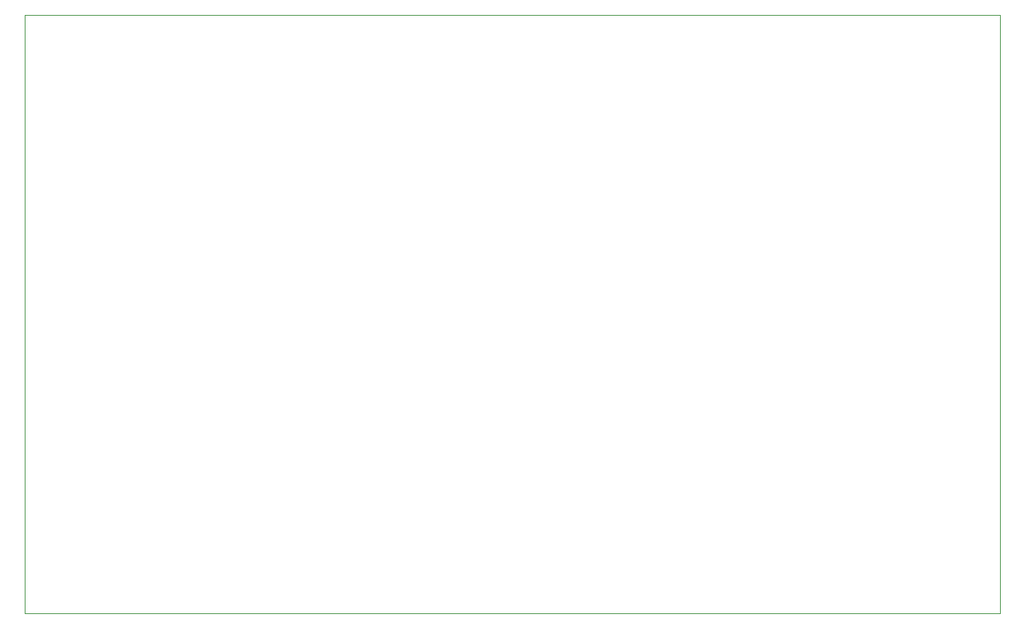
<source format=gm1>
G04 #@! TF.GenerationSoftware,KiCad,Pcbnew,6.0.11-2627ca5db0~126~ubuntu22.04.1*
G04 #@! TF.CreationDate,2023-02-05T11:24:23-03:00*
G04 #@! TF.ProjectId,ball_launcher_kicad,62616c6c-5f6c-4617-956e-636865725f6b,rev?*
G04 #@! TF.SameCoordinates,Original*
G04 #@! TF.FileFunction,Profile,NP*
%FSLAX46Y46*%
G04 Gerber Fmt 4.6, Leading zero omitted, Abs format (unit mm)*
G04 Created by KiCad (PCBNEW 6.0.11-2627ca5db0~126~ubuntu22.04.1) date 2023-02-05 11:24:23*
%MOMM*%
%LPD*%
G01*
G04 APERTURE LIST*
G04 #@! TA.AperFunction,Profile*
%ADD10C,0.100000*%
G04 #@! TD*
G04 APERTURE END LIST*
D10*
X172005000Y-94600000D02*
X282105000Y-94600000D01*
X282105000Y-94600000D02*
X282105000Y-162280000D01*
X282105000Y-162280000D02*
X172005000Y-162280000D01*
X172005000Y-162280000D02*
X172005000Y-94600000D01*
M02*

</source>
